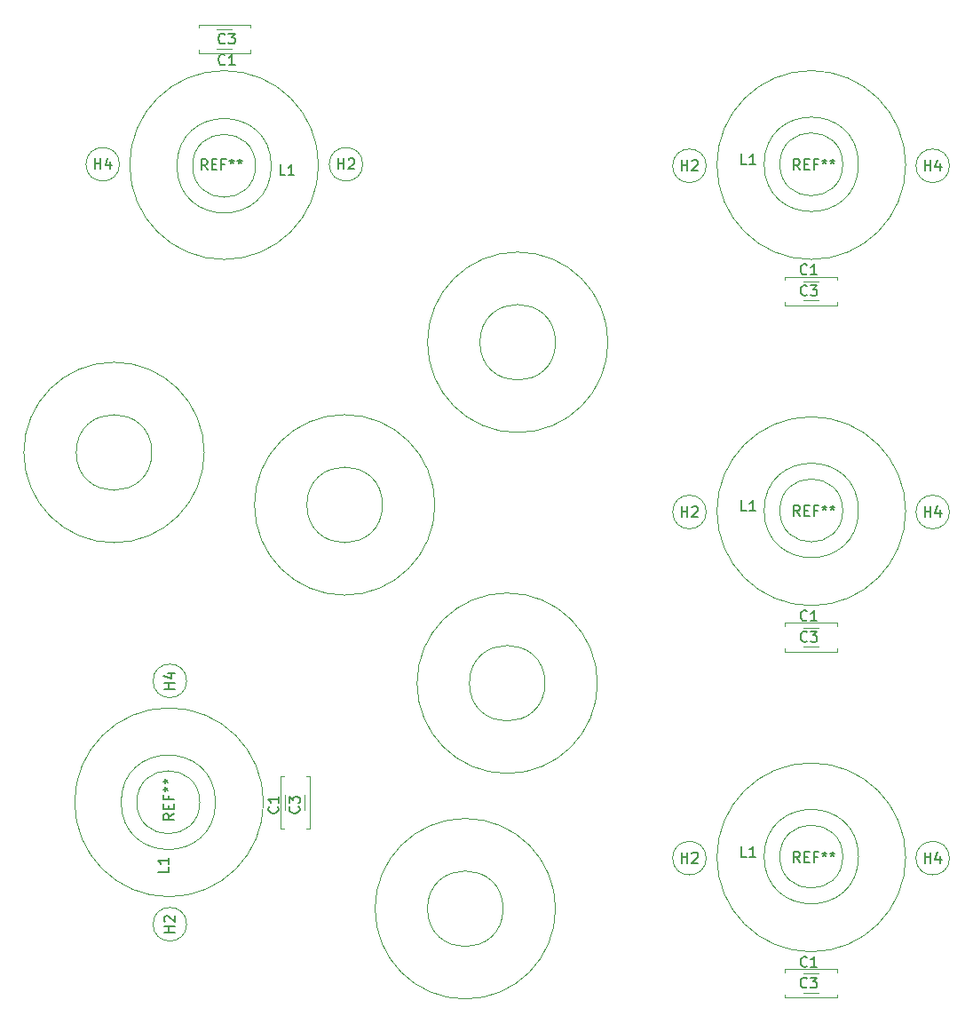
<source format=gbr>
%TF.GenerationSoftware,KiCad,Pcbnew,7.0.5-7.0.5~ubuntu22.04.1*%
%TF.CreationDate,2025-02-26T12:57:44+00:00*%
%TF.ProjectId,PBA0019-T50-6-trap,50424130-3031-4392-9d54-35302d362d74,1.0*%
%TF.SameCoordinates,Original*%
%TF.FileFunction,Legend,Top*%
%TF.FilePolarity,Positive*%
%FSLAX46Y46*%
G04 Gerber Fmt 4.6, Leading zero omitted, Abs format (unit mm)*
G04 Created by KiCad (PCBNEW 7.0.5-7.0.5~ubuntu22.04.1) date 2025-02-26 12:57:44*
%MOMM*%
%LPD*%
G01*
G04 APERTURE LIST*
%ADD10C,0.120000*%
%ADD11C,0.150000*%
G04 APERTURE END LIST*
D10*
X145852325Y-125900000D02*
G75*
G03*
X145852325Y-125900000I-8602325J0D01*
G01*
X140855551Y-125900000D02*
G75*
G03*
X140855551Y-125900000I-3605551J0D01*
G01*
X149852325Y-104400000D02*
G75*
G03*
X149852325Y-104400000I-8602325J0D01*
G01*
X144855551Y-104400000D02*
G75*
G03*
X144855551Y-104400000I-3605551J0D01*
G01*
X150852325Y-71900000D02*
G75*
G03*
X150852325Y-71900000I-8602325J0D01*
G01*
X145855551Y-71900000D02*
G75*
G03*
X145855551Y-71900000I-3605551J0D01*
G01*
X112352325Y-82400000D02*
G75*
G03*
X112352325Y-82400000I-8602325J0D01*
G01*
X107355551Y-82400000D02*
G75*
G03*
X107355551Y-82400000I-3605551J0D01*
G01*
X134352325Y-87400000D02*
G75*
G03*
X134352325Y-87400000I-8602325J0D01*
G01*
X129355551Y-87400000D02*
G75*
G03*
X129355551Y-87400000I-3605551J0D01*
G01*
D11*
%TO.C,H2*%
X157863095Y-55529819D02*
X157863095Y-54529819D01*
X157863095Y-55006009D02*
X158434523Y-55006009D01*
X158434523Y-55529819D02*
X158434523Y-54529819D01*
X158863095Y-54625057D02*
X158910714Y-54577438D01*
X158910714Y-54577438D02*
X159005952Y-54529819D01*
X159005952Y-54529819D02*
X159244047Y-54529819D01*
X159244047Y-54529819D02*
X159339285Y-54577438D01*
X159339285Y-54577438D02*
X159386904Y-54625057D01*
X159386904Y-54625057D02*
X159434523Y-54720295D01*
X159434523Y-54720295D02*
X159434523Y-54815533D01*
X159434523Y-54815533D02*
X159386904Y-54958390D01*
X159386904Y-54958390D02*
X158815476Y-55529819D01*
X158815476Y-55529819D02*
X159434523Y-55529819D01*
%TO.C,H4*%
X181063095Y-55529819D02*
X181063095Y-54529819D01*
X181063095Y-55006009D02*
X181634523Y-55006009D01*
X181634523Y-55529819D02*
X181634523Y-54529819D01*
X182539285Y-54863152D02*
X182539285Y-55529819D01*
X182301190Y-54482200D02*
X182063095Y-55196485D01*
X182063095Y-55196485D02*
X182682142Y-55196485D01*
%TO.C,C1*%
X169833333Y-65359580D02*
X169785714Y-65407200D01*
X169785714Y-65407200D02*
X169642857Y-65454819D01*
X169642857Y-65454819D02*
X169547619Y-65454819D01*
X169547619Y-65454819D02*
X169404762Y-65407200D01*
X169404762Y-65407200D02*
X169309524Y-65311961D01*
X169309524Y-65311961D02*
X169261905Y-65216723D01*
X169261905Y-65216723D02*
X169214286Y-65026247D01*
X169214286Y-65026247D02*
X169214286Y-64883390D01*
X169214286Y-64883390D02*
X169261905Y-64692914D01*
X169261905Y-64692914D02*
X169309524Y-64597676D01*
X169309524Y-64597676D02*
X169404762Y-64502438D01*
X169404762Y-64502438D02*
X169547619Y-64454819D01*
X169547619Y-64454819D02*
X169642857Y-64454819D01*
X169642857Y-64454819D02*
X169785714Y-64502438D01*
X169785714Y-64502438D02*
X169833333Y-64550057D01*
X170785714Y-65454819D02*
X170214286Y-65454819D01*
X170500000Y-65454819D02*
X170500000Y-64454819D01*
X170500000Y-64454819D02*
X170404762Y-64597676D01*
X170404762Y-64597676D02*
X170309524Y-64692914D01*
X170309524Y-64692914D02*
X170214286Y-64740533D01*
%TO.C,L1*%
X164083333Y-54954819D02*
X163607143Y-54954819D01*
X163607143Y-54954819D02*
X163607143Y-53954819D01*
X164940476Y-54954819D02*
X164369048Y-54954819D01*
X164654762Y-54954819D02*
X164654762Y-53954819D01*
X164654762Y-53954819D02*
X164559524Y-54097676D01*
X164559524Y-54097676D02*
X164464286Y-54192914D01*
X164464286Y-54192914D02*
X164369048Y-54240533D01*
X169166666Y-55454819D02*
X168833333Y-54978628D01*
X168595238Y-55454819D02*
X168595238Y-54454819D01*
X168595238Y-54454819D02*
X168976190Y-54454819D01*
X168976190Y-54454819D02*
X169071428Y-54502438D01*
X169071428Y-54502438D02*
X169119047Y-54550057D01*
X169119047Y-54550057D02*
X169166666Y-54645295D01*
X169166666Y-54645295D02*
X169166666Y-54788152D01*
X169166666Y-54788152D02*
X169119047Y-54883390D01*
X169119047Y-54883390D02*
X169071428Y-54931009D01*
X169071428Y-54931009D02*
X168976190Y-54978628D01*
X168976190Y-54978628D02*
X168595238Y-54978628D01*
X169595238Y-54931009D02*
X169928571Y-54931009D01*
X170071428Y-55454819D02*
X169595238Y-55454819D01*
X169595238Y-55454819D02*
X169595238Y-54454819D01*
X169595238Y-54454819D02*
X170071428Y-54454819D01*
X170833333Y-54931009D02*
X170500000Y-54931009D01*
X170500000Y-55454819D02*
X170500000Y-54454819D01*
X170500000Y-54454819D02*
X170976190Y-54454819D01*
X171500000Y-54454819D02*
X171500000Y-54692914D01*
X171261905Y-54597676D02*
X171500000Y-54692914D01*
X171500000Y-54692914D02*
X171738095Y-54597676D01*
X171357143Y-54883390D02*
X171500000Y-54692914D01*
X171500000Y-54692914D02*
X171642857Y-54883390D01*
X172261905Y-54454819D02*
X172261905Y-54692914D01*
X172023810Y-54597676D02*
X172261905Y-54692914D01*
X172261905Y-54692914D02*
X172500000Y-54597676D01*
X172119048Y-54883390D02*
X172261905Y-54692914D01*
X172261905Y-54692914D02*
X172404762Y-54883390D01*
%TO.C,C3*%
X169833333Y-67359580D02*
X169785714Y-67407200D01*
X169785714Y-67407200D02*
X169642857Y-67454819D01*
X169642857Y-67454819D02*
X169547619Y-67454819D01*
X169547619Y-67454819D02*
X169404762Y-67407200D01*
X169404762Y-67407200D02*
X169309524Y-67311961D01*
X169309524Y-67311961D02*
X169261905Y-67216723D01*
X169261905Y-67216723D02*
X169214286Y-67026247D01*
X169214286Y-67026247D02*
X169214286Y-66883390D01*
X169214286Y-66883390D02*
X169261905Y-66692914D01*
X169261905Y-66692914D02*
X169309524Y-66597676D01*
X169309524Y-66597676D02*
X169404762Y-66502438D01*
X169404762Y-66502438D02*
X169547619Y-66454819D01*
X169547619Y-66454819D02*
X169642857Y-66454819D01*
X169642857Y-66454819D02*
X169785714Y-66502438D01*
X169785714Y-66502438D02*
X169833333Y-66550057D01*
X170166667Y-66454819D02*
X170785714Y-66454819D01*
X170785714Y-66454819D02*
X170452381Y-66835771D01*
X170452381Y-66835771D02*
X170595238Y-66835771D01*
X170595238Y-66835771D02*
X170690476Y-66883390D01*
X170690476Y-66883390D02*
X170738095Y-66931009D01*
X170738095Y-66931009D02*
X170785714Y-67026247D01*
X170785714Y-67026247D02*
X170785714Y-67264342D01*
X170785714Y-67264342D02*
X170738095Y-67359580D01*
X170738095Y-67359580D02*
X170690476Y-67407200D01*
X170690476Y-67407200D02*
X170595238Y-67454819D01*
X170595238Y-67454819D02*
X170309524Y-67454819D01*
X170309524Y-67454819D02*
X170214286Y-67407200D01*
X170214286Y-67407200D02*
X170166667Y-67359580D01*
%TO.C,L1*%
X164083333Y-120954819D02*
X163607143Y-120954819D01*
X163607143Y-120954819D02*
X163607143Y-119954819D01*
X164940476Y-120954819D02*
X164369048Y-120954819D01*
X164654762Y-120954819D02*
X164654762Y-119954819D01*
X164654762Y-119954819D02*
X164559524Y-120097676D01*
X164559524Y-120097676D02*
X164464286Y-120192914D01*
X164464286Y-120192914D02*
X164369048Y-120240533D01*
X169166666Y-121454819D02*
X168833333Y-120978628D01*
X168595238Y-121454819D02*
X168595238Y-120454819D01*
X168595238Y-120454819D02*
X168976190Y-120454819D01*
X168976190Y-120454819D02*
X169071428Y-120502438D01*
X169071428Y-120502438D02*
X169119047Y-120550057D01*
X169119047Y-120550057D02*
X169166666Y-120645295D01*
X169166666Y-120645295D02*
X169166666Y-120788152D01*
X169166666Y-120788152D02*
X169119047Y-120883390D01*
X169119047Y-120883390D02*
X169071428Y-120931009D01*
X169071428Y-120931009D02*
X168976190Y-120978628D01*
X168976190Y-120978628D02*
X168595238Y-120978628D01*
X169595238Y-120931009D02*
X169928571Y-120931009D01*
X170071428Y-121454819D02*
X169595238Y-121454819D01*
X169595238Y-121454819D02*
X169595238Y-120454819D01*
X169595238Y-120454819D02*
X170071428Y-120454819D01*
X170833333Y-120931009D02*
X170500000Y-120931009D01*
X170500000Y-121454819D02*
X170500000Y-120454819D01*
X170500000Y-120454819D02*
X170976190Y-120454819D01*
X171500000Y-120454819D02*
X171500000Y-120692914D01*
X171261905Y-120597676D02*
X171500000Y-120692914D01*
X171500000Y-120692914D02*
X171738095Y-120597676D01*
X171357143Y-120883390D02*
X171500000Y-120692914D01*
X171500000Y-120692914D02*
X171642857Y-120883390D01*
X172261905Y-120454819D02*
X172261905Y-120692914D01*
X172023810Y-120597676D02*
X172261905Y-120692914D01*
X172261905Y-120692914D02*
X172500000Y-120597676D01*
X172119048Y-120883390D02*
X172261905Y-120692914D01*
X172261905Y-120692914D02*
X172404762Y-120883390D01*
%TO.C,H4*%
X181063095Y-88529819D02*
X181063095Y-87529819D01*
X181063095Y-88006009D02*
X181634523Y-88006009D01*
X181634523Y-88529819D02*
X181634523Y-87529819D01*
X182539285Y-87863152D02*
X182539285Y-88529819D01*
X182301190Y-87482200D02*
X182063095Y-88196485D01*
X182063095Y-88196485D02*
X182682142Y-88196485D01*
%TO.C,H2*%
X157863095Y-88529819D02*
X157863095Y-87529819D01*
X157863095Y-88006009D02*
X158434523Y-88006009D01*
X158434523Y-88529819D02*
X158434523Y-87529819D01*
X158863095Y-87625057D02*
X158910714Y-87577438D01*
X158910714Y-87577438D02*
X159005952Y-87529819D01*
X159005952Y-87529819D02*
X159244047Y-87529819D01*
X159244047Y-87529819D02*
X159339285Y-87577438D01*
X159339285Y-87577438D02*
X159386904Y-87625057D01*
X159386904Y-87625057D02*
X159434523Y-87720295D01*
X159434523Y-87720295D02*
X159434523Y-87815533D01*
X159434523Y-87815533D02*
X159386904Y-87958390D01*
X159386904Y-87958390D02*
X158815476Y-88529819D01*
X158815476Y-88529819D02*
X159434523Y-88529819D01*
%TO.C,C3*%
X169833333Y-100359580D02*
X169785714Y-100407200D01*
X169785714Y-100407200D02*
X169642857Y-100454819D01*
X169642857Y-100454819D02*
X169547619Y-100454819D01*
X169547619Y-100454819D02*
X169404762Y-100407200D01*
X169404762Y-100407200D02*
X169309524Y-100311961D01*
X169309524Y-100311961D02*
X169261905Y-100216723D01*
X169261905Y-100216723D02*
X169214286Y-100026247D01*
X169214286Y-100026247D02*
X169214286Y-99883390D01*
X169214286Y-99883390D02*
X169261905Y-99692914D01*
X169261905Y-99692914D02*
X169309524Y-99597676D01*
X169309524Y-99597676D02*
X169404762Y-99502438D01*
X169404762Y-99502438D02*
X169547619Y-99454819D01*
X169547619Y-99454819D02*
X169642857Y-99454819D01*
X169642857Y-99454819D02*
X169785714Y-99502438D01*
X169785714Y-99502438D02*
X169833333Y-99550057D01*
X170166667Y-99454819D02*
X170785714Y-99454819D01*
X170785714Y-99454819D02*
X170452381Y-99835771D01*
X170452381Y-99835771D02*
X170595238Y-99835771D01*
X170595238Y-99835771D02*
X170690476Y-99883390D01*
X170690476Y-99883390D02*
X170738095Y-99931009D01*
X170738095Y-99931009D02*
X170785714Y-100026247D01*
X170785714Y-100026247D02*
X170785714Y-100264342D01*
X170785714Y-100264342D02*
X170738095Y-100359580D01*
X170738095Y-100359580D02*
X170690476Y-100407200D01*
X170690476Y-100407200D02*
X170595238Y-100454819D01*
X170595238Y-100454819D02*
X170309524Y-100454819D01*
X170309524Y-100454819D02*
X170214286Y-100407200D01*
X170214286Y-100407200D02*
X170166667Y-100359580D01*
%TO.C,L1*%
X164083333Y-87954819D02*
X163607143Y-87954819D01*
X163607143Y-87954819D02*
X163607143Y-86954819D01*
X164940476Y-87954819D02*
X164369048Y-87954819D01*
X164654762Y-87954819D02*
X164654762Y-86954819D01*
X164654762Y-86954819D02*
X164559524Y-87097676D01*
X164559524Y-87097676D02*
X164464286Y-87192914D01*
X164464286Y-87192914D02*
X164369048Y-87240533D01*
X169166666Y-88454819D02*
X168833333Y-87978628D01*
X168595238Y-88454819D02*
X168595238Y-87454819D01*
X168595238Y-87454819D02*
X168976190Y-87454819D01*
X168976190Y-87454819D02*
X169071428Y-87502438D01*
X169071428Y-87502438D02*
X169119047Y-87550057D01*
X169119047Y-87550057D02*
X169166666Y-87645295D01*
X169166666Y-87645295D02*
X169166666Y-87788152D01*
X169166666Y-87788152D02*
X169119047Y-87883390D01*
X169119047Y-87883390D02*
X169071428Y-87931009D01*
X169071428Y-87931009D02*
X168976190Y-87978628D01*
X168976190Y-87978628D02*
X168595238Y-87978628D01*
X169595238Y-87931009D02*
X169928571Y-87931009D01*
X170071428Y-88454819D02*
X169595238Y-88454819D01*
X169595238Y-88454819D02*
X169595238Y-87454819D01*
X169595238Y-87454819D02*
X170071428Y-87454819D01*
X170833333Y-87931009D02*
X170500000Y-87931009D01*
X170500000Y-88454819D02*
X170500000Y-87454819D01*
X170500000Y-87454819D02*
X170976190Y-87454819D01*
X171500000Y-87454819D02*
X171500000Y-87692914D01*
X171261905Y-87597676D02*
X171500000Y-87692914D01*
X171500000Y-87692914D02*
X171738095Y-87597676D01*
X171357143Y-87883390D02*
X171500000Y-87692914D01*
X171500000Y-87692914D02*
X171642857Y-87883390D01*
X172261905Y-87454819D02*
X172261905Y-87692914D01*
X172023810Y-87597676D02*
X172261905Y-87692914D01*
X172261905Y-87692914D02*
X172500000Y-87597676D01*
X172119048Y-87883390D02*
X172261905Y-87692914D01*
X172261905Y-87692914D02*
X172404762Y-87883390D01*
%TO.C,C1*%
X169833333Y-98359580D02*
X169785714Y-98407200D01*
X169785714Y-98407200D02*
X169642857Y-98454819D01*
X169642857Y-98454819D02*
X169547619Y-98454819D01*
X169547619Y-98454819D02*
X169404762Y-98407200D01*
X169404762Y-98407200D02*
X169309524Y-98311961D01*
X169309524Y-98311961D02*
X169261905Y-98216723D01*
X169261905Y-98216723D02*
X169214286Y-98026247D01*
X169214286Y-98026247D02*
X169214286Y-97883390D01*
X169214286Y-97883390D02*
X169261905Y-97692914D01*
X169261905Y-97692914D02*
X169309524Y-97597676D01*
X169309524Y-97597676D02*
X169404762Y-97502438D01*
X169404762Y-97502438D02*
X169547619Y-97454819D01*
X169547619Y-97454819D02*
X169642857Y-97454819D01*
X169642857Y-97454819D02*
X169785714Y-97502438D01*
X169785714Y-97502438D02*
X169833333Y-97550057D01*
X170785714Y-98454819D02*
X170214286Y-98454819D01*
X170500000Y-98454819D02*
X170500000Y-97454819D01*
X170500000Y-97454819D02*
X170404762Y-97597676D01*
X170404762Y-97597676D02*
X170309524Y-97692914D01*
X170309524Y-97692914D02*
X170214286Y-97740533D01*
X169833333Y-131359580D02*
X169785714Y-131407200D01*
X169785714Y-131407200D02*
X169642857Y-131454819D01*
X169642857Y-131454819D02*
X169547619Y-131454819D01*
X169547619Y-131454819D02*
X169404762Y-131407200D01*
X169404762Y-131407200D02*
X169309524Y-131311961D01*
X169309524Y-131311961D02*
X169261905Y-131216723D01*
X169261905Y-131216723D02*
X169214286Y-131026247D01*
X169214286Y-131026247D02*
X169214286Y-130883390D01*
X169214286Y-130883390D02*
X169261905Y-130692914D01*
X169261905Y-130692914D02*
X169309524Y-130597676D01*
X169309524Y-130597676D02*
X169404762Y-130502438D01*
X169404762Y-130502438D02*
X169547619Y-130454819D01*
X169547619Y-130454819D02*
X169642857Y-130454819D01*
X169642857Y-130454819D02*
X169785714Y-130502438D01*
X169785714Y-130502438D02*
X169833333Y-130550057D01*
X170785714Y-131454819D02*
X170214286Y-131454819D01*
X170500000Y-131454819D02*
X170500000Y-130454819D01*
X170500000Y-130454819D02*
X170404762Y-130597676D01*
X170404762Y-130597676D02*
X170309524Y-130692914D01*
X170309524Y-130692914D02*
X170214286Y-130740533D01*
%TO.C,C3*%
X169833333Y-133359580D02*
X169785714Y-133407200D01*
X169785714Y-133407200D02*
X169642857Y-133454819D01*
X169642857Y-133454819D02*
X169547619Y-133454819D01*
X169547619Y-133454819D02*
X169404762Y-133407200D01*
X169404762Y-133407200D02*
X169309524Y-133311961D01*
X169309524Y-133311961D02*
X169261905Y-133216723D01*
X169261905Y-133216723D02*
X169214286Y-133026247D01*
X169214286Y-133026247D02*
X169214286Y-132883390D01*
X169214286Y-132883390D02*
X169261905Y-132692914D01*
X169261905Y-132692914D02*
X169309524Y-132597676D01*
X169309524Y-132597676D02*
X169404762Y-132502438D01*
X169404762Y-132502438D02*
X169547619Y-132454819D01*
X169547619Y-132454819D02*
X169642857Y-132454819D01*
X169642857Y-132454819D02*
X169785714Y-132502438D01*
X169785714Y-132502438D02*
X169833333Y-132550057D01*
X170166667Y-132454819D02*
X170785714Y-132454819D01*
X170785714Y-132454819D02*
X170452381Y-132835771D01*
X170452381Y-132835771D02*
X170595238Y-132835771D01*
X170595238Y-132835771D02*
X170690476Y-132883390D01*
X170690476Y-132883390D02*
X170738095Y-132931009D01*
X170738095Y-132931009D02*
X170785714Y-133026247D01*
X170785714Y-133026247D02*
X170785714Y-133264342D01*
X170785714Y-133264342D02*
X170738095Y-133359580D01*
X170738095Y-133359580D02*
X170690476Y-133407200D01*
X170690476Y-133407200D02*
X170595238Y-133454819D01*
X170595238Y-133454819D02*
X170309524Y-133454819D01*
X170309524Y-133454819D02*
X170214286Y-133407200D01*
X170214286Y-133407200D02*
X170166667Y-133359580D01*
%TO.C,H2*%
X157863095Y-121529819D02*
X157863095Y-120529819D01*
X157863095Y-121006009D02*
X158434523Y-121006009D01*
X158434523Y-121529819D02*
X158434523Y-120529819D01*
X158863095Y-120625057D02*
X158910714Y-120577438D01*
X158910714Y-120577438D02*
X159005952Y-120529819D01*
X159005952Y-120529819D02*
X159244047Y-120529819D01*
X159244047Y-120529819D02*
X159339285Y-120577438D01*
X159339285Y-120577438D02*
X159386904Y-120625057D01*
X159386904Y-120625057D02*
X159434523Y-120720295D01*
X159434523Y-120720295D02*
X159434523Y-120815533D01*
X159434523Y-120815533D02*
X159386904Y-120958390D01*
X159386904Y-120958390D02*
X158815476Y-121529819D01*
X158815476Y-121529819D02*
X159434523Y-121529819D01*
%TO.C,H4*%
X181063095Y-121529819D02*
X181063095Y-120529819D01*
X181063095Y-121006009D02*
X181634523Y-121006009D01*
X181634523Y-121529819D02*
X181634523Y-120529819D01*
X182539285Y-120863152D02*
X182539285Y-121529819D01*
X182301190Y-120482200D02*
X182063095Y-121196485D01*
X182063095Y-121196485D02*
X182682142Y-121196485D01*
%TO.C,H2*%
X109529819Y-128136904D02*
X108529819Y-128136904D01*
X109006009Y-128136904D02*
X109006009Y-127565476D01*
X109529819Y-127565476D02*
X108529819Y-127565476D01*
X108625057Y-127136904D02*
X108577438Y-127089285D01*
X108577438Y-127089285D02*
X108529819Y-126994047D01*
X108529819Y-126994047D02*
X108529819Y-126755952D01*
X108529819Y-126755952D02*
X108577438Y-126660714D01*
X108577438Y-126660714D02*
X108625057Y-126613095D01*
X108625057Y-126613095D02*
X108720295Y-126565476D01*
X108720295Y-126565476D02*
X108815533Y-126565476D01*
X108815533Y-126565476D02*
X108958390Y-126613095D01*
X108958390Y-126613095D02*
X109529819Y-127184523D01*
X109529819Y-127184523D02*
X109529819Y-126565476D01*
%TO.C,H4*%
X109529819Y-104936904D02*
X108529819Y-104936904D01*
X109006009Y-104936904D02*
X109006009Y-104365476D01*
X109529819Y-104365476D02*
X108529819Y-104365476D01*
X108863152Y-103460714D02*
X109529819Y-103460714D01*
X108482200Y-103698809D02*
X109196485Y-103936904D01*
X109196485Y-103936904D02*
X109196485Y-103317857D01*
%TO.C,C1*%
X119359580Y-116166666D02*
X119407200Y-116214285D01*
X119407200Y-116214285D02*
X119454819Y-116357142D01*
X119454819Y-116357142D02*
X119454819Y-116452380D01*
X119454819Y-116452380D02*
X119407200Y-116595237D01*
X119407200Y-116595237D02*
X119311961Y-116690475D01*
X119311961Y-116690475D02*
X119216723Y-116738094D01*
X119216723Y-116738094D02*
X119026247Y-116785713D01*
X119026247Y-116785713D02*
X118883390Y-116785713D01*
X118883390Y-116785713D02*
X118692914Y-116738094D01*
X118692914Y-116738094D02*
X118597676Y-116690475D01*
X118597676Y-116690475D02*
X118502438Y-116595237D01*
X118502438Y-116595237D02*
X118454819Y-116452380D01*
X118454819Y-116452380D02*
X118454819Y-116357142D01*
X118454819Y-116357142D02*
X118502438Y-116214285D01*
X118502438Y-116214285D02*
X118550057Y-116166666D01*
X119454819Y-115214285D02*
X119454819Y-115785713D01*
X119454819Y-115499999D02*
X118454819Y-115499999D01*
X118454819Y-115499999D02*
X118597676Y-115595237D01*
X118597676Y-115595237D02*
X118692914Y-115690475D01*
X118692914Y-115690475D02*
X118740533Y-115785713D01*
%TO.C,L1*%
X108954819Y-121916666D02*
X108954819Y-122392856D01*
X108954819Y-122392856D02*
X107954819Y-122392856D01*
X108954819Y-121059523D02*
X108954819Y-121630951D01*
X108954819Y-121345237D02*
X107954819Y-121345237D01*
X107954819Y-121345237D02*
X108097676Y-121440475D01*
X108097676Y-121440475D02*
X108192914Y-121535713D01*
X108192914Y-121535713D02*
X108240533Y-121630951D01*
X109454819Y-116833333D02*
X108978628Y-117166666D01*
X109454819Y-117404761D02*
X108454819Y-117404761D01*
X108454819Y-117404761D02*
X108454819Y-117023809D01*
X108454819Y-117023809D02*
X108502438Y-116928571D01*
X108502438Y-116928571D02*
X108550057Y-116880952D01*
X108550057Y-116880952D02*
X108645295Y-116833333D01*
X108645295Y-116833333D02*
X108788152Y-116833333D01*
X108788152Y-116833333D02*
X108883390Y-116880952D01*
X108883390Y-116880952D02*
X108931009Y-116928571D01*
X108931009Y-116928571D02*
X108978628Y-117023809D01*
X108978628Y-117023809D02*
X108978628Y-117404761D01*
X108931009Y-116404761D02*
X108931009Y-116071428D01*
X109454819Y-115928571D02*
X109454819Y-116404761D01*
X109454819Y-116404761D02*
X108454819Y-116404761D01*
X108454819Y-116404761D02*
X108454819Y-115928571D01*
X108931009Y-115166666D02*
X108931009Y-115499999D01*
X109454819Y-115499999D02*
X108454819Y-115499999D01*
X108454819Y-115499999D02*
X108454819Y-115023809D01*
X108454819Y-114499999D02*
X108692914Y-114499999D01*
X108597676Y-114738094D02*
X108692914Y-114499999D01*
X108692914Y-114499999D02*
X108597676Y-114261904D01*
X108883390Y-114642856D02*
X108692914Y-114499999D01*
X108692914Y-114499999D02*
X108883390Y-114357142D01*
X108454819Y-113738094D02*
X108692914Y-113738094D01*
X108597676Y-113976189D02*
X108692914Y-113738094D01*
X108692914Y-113738094D02*
X108597676Y-113499999D01*
X108883390Y-113880951D02*
X108692914Y-113738094D01*
X108692914Y-113738094D02*
X108883390Y-113595237D01*
%TO.C,C3*%
X121359580Y-116166666D02*
X121407200Y-116214285D01*
X121407200Y-116214285D02*
X121454819Y-116357142D01*
X121454819Y-116357142D02*
X121454819Y-116452380D01*
X121454819Y-116452380D02*
X121407200Y-116595237D01*
X121407200Y-116595237D02*
X121311961Y-116690475D01*
X121311961Y-116690475D02*
X121216723Y-116738094D01*
X121216723Y-116738094D02*
X121026247Y-116785713D01*
X121026247Y-116785713D02*
X120883390Y-116785713D01*
X120883390Y-116785713D02*
X120692914Y-116738094D01*
X120692914Y-116738094D02*
X120597676Y-116690475D01*
X120597676Y-116690475D02*
X120502438Y-116595237D01*
X120502438Y-116595237D02*
X120454819Y-116452380D01*
X120454819Y-116452380D02*
X120454819Y-116357142D01*
X120454819Y-116357142D02*
X120502438Y-116214285D01*
X120502438Y-116214285D02*
X120550057Y-116166666D01*
X120454819Y-115833332D02*
X120454819Y-115214285D01*
X120454819Y-115214285D02*
X120835771Y-115547618D01*
X120835771Y-115547618D02*
X120835771Y-115404761D01*
X120835771Y-115404761D02*
X120883390Y-115309523D01*
X120883390Y-115309523D02*
X120931009Y-115261904D01*
X120931009Y-115261904D02*
X121026247Y-115214285D01*
X121026247Y-115214285D02*
X121264342Y-115214285D01*
X121264342Y-115214285D02*
X121359580Y-115261904D01*
X121359580Y-115261904D02*
X121407200Y-115309523D01*
X121407200Y-115309523D02*
X121454819Y-115404761D01*
X121454819Y-115404761D02*
X121454819Y-115690475D01*
X121454819Y-115690475D02*
X121407200Y-115785713D01*
X121407200Y-115785713D02*
X121359580Y-115833332D01*
%TO.C,H2*%
X125113095Y-55379819D02*
X125113095Y-54379819D01*
X125113095Y-54856009D02*
X125684523Y-54856009D01*
X125684523Y-55379819D02*
X125684523Y-54379819D01*
X126113095Y-54475057D02*
X126160714Y-54427438D01*
X126160714Y-54427438D02*
X126255952Y-54379819D01*
X126255952Y-54379819D02*
X126494047Y-54379819D01*
X126494047Y-54379819D02*
X126589285Y-54427438D01*
X126589285Y-54427438D02*
X126636904Y-54475057D01*
X126636904Y-54475057D02*
X126684523Y-54570295D01*
X126684523Y-54570295D02*
X126684523Y-54665533D01*
X126684523Y-54665533D02*
X126636904Y-54808390D01*
X126636904Y-54808390D02*
X126065476Y-55379819D01*
X126065476Y-55379819D02*
X126684523Y-55379819D01*
%TO.C,H4*%
X101913095Y-55379819D02*
X101913095Y-54379819D01*
X101913095Y-54856009D02*
X102484523Y-54856009D01*
X102484523Y-55379819D02*
X102484523Y-54379819D01*
X103389285Y-54713152D02*
X103389285Y-55379819D01*
X103151190Y-54332200D02*
X102913095Y-55046485D01*
X102913095Y-55046485D02*
X103532142Y-55046485D01*
%TO.C,C1*%
X114333333Y-45359580D02*
X114285714Y-45407200D01*
X114285714Y-45407200D02*
X114142857Y-45454819D01*
X114142857Y-45454819D02*
X114047619Y-45454819D01*
X114047619Y-45454819D02*
X113904762Y-45407200D01*
X113904762Y-45407200D02*
X113809524Y-45311961D01*
X113809524Y-45311961D02*
X113761905Y-45216723D01*
X113761905Y-45216723D02*
X113714286Y-45026247D01*
X113714286Y-45026247D02*
X113714286Y-44883390D01*
X113714286Y-44883390D02*
X113761905Y-44692914D01*
X113761905Y-44692914D02*
X113809524Y-44597676D01*
X113809524Y-44597676D02*
X113904762Y-44502438D01*
X113904762Y-44502438D02*
X114047619Y-44454819D01*
X114047619Y-44454819D02*
X114142857Y-44454819D01*
X114142857Y-44454819D02*
X114285714Y-44502438D01*
X114285714Y-44502438D02*
X114333333Y-44550057D01*
X115285714Y-45454819D02*
X114714286Y-45454819D01*
X115000000Y-45454819D02*
X115000000Y-44454819D01*
X115000000Y-44454819D02*
X114904762Y-44597676D01*
X114904762Y-44597676D02*
X114809524Y-44692914D01*
X114809524Y-44692914D02*
X114714286Y-44740533D01*
%TO.C,L1*%
X120083333Y-55954819D02*
X119607143Y-55954819D01*
X119607143Y-55954819D02*
X119607143Y-54954819D01*
X120940476Y-55954819D02*
X120369048Y-55954819D01*
X120654762Y-55954819D02*
X120654762Y-54954819D01*
X120654762Y-54954819D02*
X120559524Y-55097676D01*
X120559524Y-55097676D02*
X120464286Y-55192914D01*
X120464286Y-55192914D02*
X120369048Y-55240533D01*
X112666666Y-55454819D02*
X112333333Y-54978628D01*
X112095238Y-55454819D02*
X112095238Y-54454819D01*
X112095238Y-54454819D02*
X112476190Y-54454819D01*
X112476190Y-54454819D02*
X112571428Y-54502438D01*
X112571428Y-54502438D02*
X112619047Y-54550057D01*
X112619047Y-54550057D02*
X112666666Y-54645295D01*
X112666666Y-54645295D02*
X112666666Y-54788152D01*
X112666666Y-54788152D02*
X112619047Y-54883390D01*
X112619047Y-54883390D02*
X112571428Y-54931009D01*
X112571428Y-54931009D02*
X112476190Y-54978628D01*
X112476190Y-54978628D02*
X112095238Y-54978628D01*
X113095238Y-54931009D02*
X113428571Y-54931009D01*
X113571428Y-55454819D02*
X113095238Y-55454819D01*
X113095238Y-55454819D02*
X113095238Y-54454819D01*
X113095238Y-54454819D02*
X113571428Y-54454819D01*
X114333333Y-54931009D02*
X114000000Y-54931009D01*
X114000000Y-55454819D02*
X114000000Y-54454819D01*
X114000000Y-54454819D02*
X114476190Y-54454819D01*
X115000000Y-54454819D02*
X115000000Y-54692914D01*
X114761905Y-54597676D02*
X115000000Y-54692914D01*
X115000000Y-54692914D02*
X115238095Y-54597676D01*
X114857143Y-54883390D02*
X115000000Y-54692914D01*
X115000000Y-54692914D02*
X115142857Y-54883390D01*
X115761905Y-54454819D02*
X115761905Y-54692914D01*
X115523810Y-54597676D02*
X115761905Y-54692914D01*
X115761905Y-54692914D02*
X116000000Y-54597676D01*
X115619048Y-54883390D02*
X115761905Y-54692914D01*
X115761905Y-54692914D02*
X115904762Y-54883390D01*
%TO.C,C3*%
X114333333Y-43359580D02*
X114285714Y-43407200D01*
X114285714Y-43407200D02*
X114142857Y-43454819D01*
X114142857Y-43454819D02*
X114047619Y-43454819D01*
X114047619Y-43454819D02*
X113904762Y-43407200D01*
X113904762Y-43407200D02*
X113809524Y-43311961D01*
X113809524Y-43311961D02*
X113761905Y-43216723D01*
X113761905Y-43216723D02*
X113714286Y-43026247D01*
X113714286Y-43026247D02*
X113714286Y-42883390D01*
X113714286Y-42883390D02*
X113761905Y-42692914D01*
X113761905Y-42692914D02*
X113809524Y-42597676D01*
X113809524Y-42597676D02*
X113904762Y-42502438D01*
X113904762Y-42502438D02*
X114047619Y-42454819D01*
X114047619Y-42454819D02*
X114142857Y-42454819D01*
X114142857Y-42454819D02*
X114285714Y-42502438D01*
X114285714Y-42502438D02*
X114333333Y-42550057D01*
X114666667Y-42454819D02*
X115285714Y-42454819D01*
X115285714Y-42454819D02*
X114952381Y-42835771D01*
X114952381Y-42835771D02*
X115095238Y-42835771D01*
X115095238Y-42835771D02*
X115190476Y-42883390D01*
X115190476Y-42883390D02*
X115238095Y-42931009D01*
X115238095Y-42931009D02*
X115285714Y-43026247D01*
X115285714Y-43026247D02*
X115285714Y-43264342D01*
X115285714Y-43264342D02*
X115238095Y-43359580D01*
X115238095Y-43359580D02*
X115190476Y-43407200D01*
X115190476Y-43407200D02*
X115095238Y-43454819D01*
X115095238Y-43454819D02*
X114809524Y-43454819D01*
X114809524Y-43454819D02*
X114714286Y-43407200D01*
X114714286Y-43407200D02*
X114666667Y-43359580D01*
D10*
%TO.C,H2*%
X160225781Y-55075000D02*
G75*
G03*
X160225781Y-55075000I-1600781J0D01*
G01*
%TO.C,H4*%
X183425781Y-55075000D02*
G75*
G03*
X183425781Y-55075000I-1600781J0D01*
G01*
%TO.C,C1*%
X172695000Y-68385000D02*
X172695000Y-68070000D01*
X172695000Y-65960000D02*
X172695000Y-65645000D01*
X172695000Y-65645000D02*
X167755000Y-65645000D01*
X172695000Y-68385000D02*
X167755000Y-68385000D01*
X167755000Y-68385000D02*
X167755000Y-68070000D01*
X167755000Y-65960000D02*
X167755000Y-65645000D01*
%TO.C,L1*%
X179250000Y-55000000D02*
G75*
G03*
X179250000Y-55000000I-9000000J0D01*
G01*
X173250817Y-54930000D02*
G75*
G03*
X173250817Y-54930000I-3000817J0D01*
G01*
X174750544Y-54930000D02*
G75*
G03*
X174750544Y-54930000I-4500544J0D01*
G01*
%TO.C,C3*%
X170961252Y-66090000D02*
X169538748Y-66090000D01*
X170961252Y-67910000D02*
X169538748Y-67910000D01*
%TO.C,L1*%
X174750544Y-120930000D02*
G75*
G03*
X174750544Y-120930000I-4500544J0D01*
G01*
X173250817Y-120930000D02*
G75*
G03*
X173250817Y-120930000I-3000817J0D01*
G01*
X179250000Y-121000000D02*
G75*
G03*
X179250000Y-121000000I-9000000J0D01*
G01*
%TO.C,H4*%
X183425781Y-88075000D02*
G75*
G03*
X183425781Y-88075000I-1600781J0D01*
G01*
%TO.C,H2*%
X160225781Y-88075000D02*
G75*
G03*
X160225781Y-88075000I-1600781J0D01*
G01*
%TO.C,C3*%
X170961252Y-100910000D02*
X169538748Y-100910000D01*
X170961252Y-99090000D02*
X169538748Y-99090000D01*
%TO.C,L1*%
X174750544Y-87930000D02*
G75*
G03*
X174750544Y-87930000I-4500544J0D01*
G01*
X173250817Y-87930000D02*
G75*
G03*
X173250817Y-87930000I-3000817J0D01*
G01*
X179250000Y-88000000D02*
G75*
G03*
X179250000Y-88000000I-9000000J0D01*
G01*
%TO.C,C1*%
X172695000Y-98645000D02*
X167755000Y-98645000D01*
X167755000Y-101385000D02*
X167755000Y-101070000D01*
X172695000Y-101385000D02*
X172695000Y-101070000D01*
X172695000Y-101385000D02*
X167755000Y-101385000D01*
X172695000Y-98960000D02*
X172695000Y-98645000D01*
X167755000Y-98960000D02*
X167755000Y-98645000D01*
X172695000Y-134385000D02*
X172695000Y-134070000D01*
X167755000Y-134385000D02*
X167755000Y-134070000D01*
X172695000Y-131645000D02*
X167755000Y-131645000D01*
X172695000Y-134385000D02*
X167755000Y-134385000D01*
X167755000Y-131960000D02*
X167755000Y-131645000D01*
X172695000Y-131960000D02*
X172695000Y-131645000D01*
%TO.C,C3*%
X170961252Y-133910000D02*
X169538748Y-133910000D01*
X170961252Y-132090000D02*
X169538748Y-132090000D01*
%TO.C,H2*%
X160225781Y-121075000D02*
G75*
G03*
X160225781Y-121075000I-1600781J0D01*
G01*
%TO.C,H4*%
X183425781Y-121075000D02*
G75*
G03*
X183425781Y-121075000I-1600781J0D01*
G01*
%TO.C,H2*%
X110675781Y-127375000D02*
G75*
G03*
X110675781Y-127375000I-1600781J0D01*
G01*
%TO.C,H4*%
X110675781Y-104175000D02*
G75*
G03*
X110675781Y-104175000I-1600781J0D01*
G01*
%TO.C,C1*%
X119645000Y-113305000D02*
X119645000Y-118245000D01*
X122385000Y-113305000D02*
X122070000Y-113305000D01*
X119960000Y-113305000D02*
X119645000Y-113305000D01*
X122385000Y-118245000D02*
X122070000Y-118245000D01*
X119960000Y-118245000D02*
X119645000Y-118245000D01*
X122385000Y-113305000D02*
X122385000Y-118245000D01*
%TO.C,L1*%
X111930817Y-115750000D02*
G75*
G03*
X111930817Y-115750000I-3000817J0D01*
G01*
X118000000Y-115750000D02*
G75*
G03*
X118000000Y-115750000I-9000000J0D01*
G01*
X113430544Y-115750000D02*
G75*
G03*
X113430544Y-115750000I-4500544J0D01*
G01*
%TO.C,C3*%
X120090000Y-115038748D02*
X120090000Y-116461252D01*
X121910000Y-115038748D02*
X121910000Y-116461252D01*
%TO.C,H2*%
X127475781Y-54925000D02*
G75*
G03*
X127475781Y-54925000I-1600781J0D01*
G01*
%TO.C,H4*%
X104275781Y-54925000D02*
G75*
G03*
X104275781Y-54925000I-1600781J0D01*
G01*
%TO.C,C1*%
X116745000Y-41615000D02*
X116745000Y-41930000D01*
X116745000Y-44040000D02*
X116745000Y-44355000D01*
X111805000Y-41615000D02*
X111805000Y-41930000D01*
X111805000Y-41615000D02*
X116745000Y-41615000D01*
X111805000Y-44040000D02*
X111805000Y-44355000D01*
X111805000Y-44355000D02*
X116745000Y-44355000D01*
%TO.C,L1*%
X118750544Y-55070000D02*
G75*
G03*
X118750544Y-55070000I-4500544J0D01*
G01*
X123250000Y-55000000D02*
G75*
G03*
X123250000Y-55000000I-9000000J0D01*
G01*
X117250817Y-55070000D02*
G75*
G03*
X117250817Y-55070000I-3000817J0D01*
G01*
%TO.C,C3*%
X113538748Y-42090000D02*
X114961252Y-42090000D01*
X113538748Y-43910000D02*
X114961252Y-43910000D01*
%TD*%
M02*

</source>
